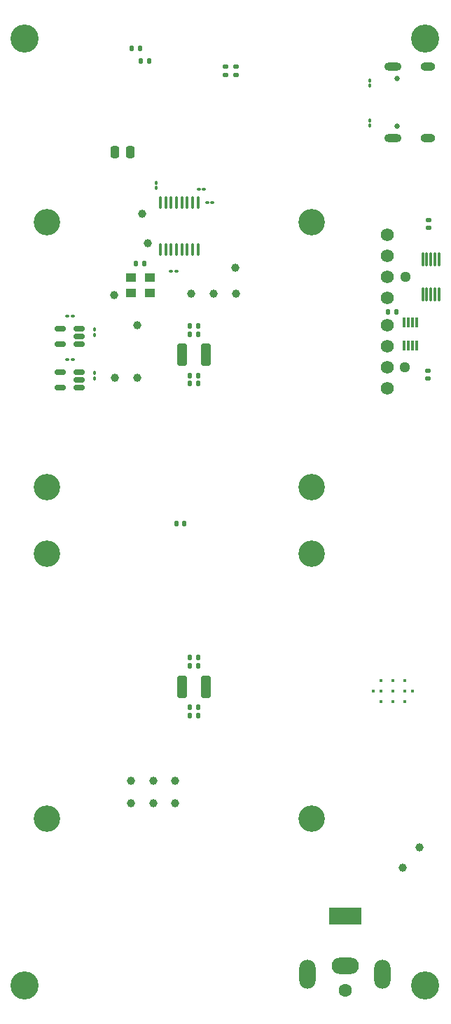
<source format=gbr>
%TF.GenerationSoftware,KiCad,Pcbnew,8.0.4*%
%TF.CreationDate,2024-11-06T18:59:40+01:00*%
%TF.ProjectId,BitForgeNano,42697446-6f72-4676-954e-616e6f2e6b69,rev?*%
%TF.SameCoordinates,Original*%
%TF.FileFunction,Soldermask,Bot*%
%TF.FilePolarity,Negative*%
%FSLAX46Y46*%
G04 Gerber Fmt 4.6, Leading zero omitted, Abs format (unit mm)*
G04 Created by KiCad (PCBNEW 8.0.4) date 2024-11-06 18:59:40*
%MOMM*%
%LPD*%
G01*
G04 APERTURE LIST*
G04 Aperture macros list*
%AMRoundRect*
0 Rectangle with rounded corners*
0 $1 Rounding radius*
0 $2 $3 $4 $5 $6 $7 $8 $9 X,Y pos of 4 corners*
0 Add a 4 corners polygon primitive as box body*
4,1,4,$2,$3,$4,$5,$6,$7,$8,$9,$2,$3,0*
0 Add four circle primitives for the rounded corners*
1,1,$1+$1,$2,$3*
1,1,$1+$1,$4,$5*
1,1,$1+$1,$6,$7*
1,1,$1+$1,$8,$9*
0 Add four rect primitives between the rounded corners*
20,1,$1+$1,$2,$3,$4,$5,0*
20,1,$1+$1,$4,$5,$6,$7,0*
20,1,$1+$1,$6,$7,$8,$9,0*
20,1,$1+$1,$8,$9,$2,$3,0*%
G04 Aperture macros list end*
%ADD10C,3.200000*%
%ADD11C,3.400000*%
%ADD12C,0.650000*%
%ADD13O,2.100000X1.000000*%
%ADD14O,1.800000X1.000000*%
%ADD15C,1.600000*%
%ADD16R,4.000000X2.000000*%
%ADD17O,2.000000X3.500000*%
%ADD18O,3.300000X2.000000*%
%ADD19C,1.295400*%
%ADD20C,1.574800*%
%ADD21C,0.400000*%
%ADD22C,1.000000*%
%ADD23RoundRect,0.100000X-0.130000X-0.100000X0.130000X-0.100000X0.130000X0.100000X-0.130000X0.100000X0*%
%ADD24RoundRect,0.135000X-0.185000X0.135000X-0.185000X-0.135000X0.185000X-0.135000X0.185000X0.135000X0*%
%ADD25RoundRect,0.250000X0.325000X1.100000X-0.325000X1.100000X-0.325000X-1.100000X0.325000X-1.100000X0*%
%ADD26RoundRect,0.140000X0.140000X0.170000X-0.140000X0.170000X-0.140000X-0.170000X0.140000X-0.170000X0*%
%ADD27RoundRect,0.250000X0.250000X0.475000X-0.250000X0.475000X-0.250000X-0.475000X0.250000X-0.475000X0*%
%ADD28RoundRect,0.150000X0.512500X0.150000X-0.512500X0.150000X-0.512500X-0.150000X0.512500X-0.150000X0*%
%ADD29RoundRect,0.087500X0.087500X-0.725000X0.087500X0.725000X-0.087500X0.725000X-0.087500X-0.725000X0*%
%ADD30RoundRect,0.140000X-0.170000X0.140000X-0.170000X-0.140000X0.170000X-0.140000X0.170000X0.140000X0*%
%ADD31RoundRect,0.135000X-0.135000X-0.185000X0.135000X-0.185000X0.135000X0.185000X-0.135000X0.185000X0*%
%ADD32RoundRect,0.100000X-0.100000X0.130000X-0.100000X-0.130000X0.100000X-0.130000X0.100000X0.130000X0*%
%ADD33RoundRect,0.087500X0.087500X-0.537500X0.087500X0.537500X-0.087500X0.537500X-0.087500X-0.537500X0*%
%ADD34RoundRect,0.100000X0.130000X0.100000X-0.130000X0.100000X-0.130000X-0.100000X0.130000X-0.100000X0*%
%ADD35RoundRect,0.140000X0.170000X-0.140000X0.170000X0.140000X-0.170000X0.140000X-0.170000X-0.140000X0*%
%ADD36RoundRect,0.100000X0.100000X-0.130000X0.100000X0.130000X-0.100000X0.130000X-0.100000X-0.130000X0*%
%ADD37R,1.300000X1.100000*%
%ADD38RoundRect,0.100000X0.100000X-0.637500X0.100000X0.637500X-0.100000X0.637500X-0.100000X-0.637500X0*%
%ADD39RoundRect,0.135000X0.185000X-0.135000X0.185000X0.135000X-0.185000X0.135000X-0.185000X-0.135000X0*%
G04 APERTURE END LIST*
D10*
%TO.C,H2*%
X51000000Y-143000000D03*
%TD*%
D11*
%TO.C,*%
X48300000Y-163200011D03*
%TD*%
D10*
%TO.C,H4*%
X51000000Y-111000000D03*
%TD*%
%TO.C,H5*%
X83000000Y-103000000D03*
%TD*%
D12*
%TO.C,J5*%
X93330000Y-59415000D03*
X93330000Y-53635000D03*
D13*
X92830000Y-60845000D03*
D14*
X97010000Y-60845000D03*
D13*
X92830000Y-52205000D03*
D14*
X97010000Y-52205000D03*
%TD*%
D15*
%TO.C,J1*%
X87000000Y-163800000D03*
D16*
X87000000Y-154800000D03*
D17*
X82500000Y-161800000D03*
D18*
X87000000Y-160800000D03*
D17*
X91500000Y-161800000D03*
%TD*%
D19*
%TO.C,J8*%
X94260001Y-88540000D03*
D20*
X92100000Y-83460000D03*
X92100000Y-86000000D03*
X92100000Y-88540000D03*
X92100000Y-91080000D03*
%TD*%
D11*
%TO.C,*%
X96700000Y-163200011D03*
%TD*%
%TO.C,*%
X48300000Y-48800011D03*
%TD*%
D21*
%TO.C,U12*%
X94200000Y-126320000D03*
X92800000Y-126320000D03*
X91400000Y-126320000D03*
X95200000Y-127600000D03*
X94200000Y-127600000D03*
X92800000Y-127600000D03*
X91400000Y-127600000D03*
X90400000Y-127600000D03*
X94200000Y-128880000D03*
X92800000Y-128880000D03*
X91400000Y-128880000D03*
%TD*%
D10*
%TO.C,H7*%
X83000000Y-71000000D03*
%TD*%
%TO.C,H3*%
X83000000Y-111000000D03*
%TD*%
%TO.C,H8*%
X51000000Y-71000000D03*
%TD*%
%TO.C,H6*%
X51000000Y-103000000D03*
%TD*%
D11*
%TO.C,*%
X96700000Y-48799991D03*
%TD*%
D19*
%TO.C,J6*%
X94298852Y-77559400D03*
D20*
X92138851Y-72479400D03*
X92138851Y-75019400D03*
X92138851Y-77559400D03*
X92138851Y-80099400D03*
%TD*%
D10*
%TO.C,H1*%
X83000000Y-143000000D03*
%TD*%
D22*
%TO.C,TP26*%
X59200000Y-89800000D03*
%TD*%
%TO.C,TP20*%
X66500000Y-141200000D03*
%TD*%
D23*
%TO.C,C32*%
X53430000Y-82300000D03*
X54070000Y-82300000D03*
%TD*%
D24*
%TO.C,R25*%
X72550000Y-52200000D03*
X72550000Y-53220000D03*
%TD*%
D25*
%TO.C,C41*%
X70225000Y-87000000D03*
X67275000Y-87000000D03*
%TD*%
D22*
%TO.C,TP11*%
X73750000Y-76500000D03*
%TD*%
%TO.C,TP22*%
X63800000Y-141200000D03*
%TD*%
D26*
%TO.C,C46*%
X93180000Y-81800000D03*
X92220000Y-81800000D03*
%TD*%
%TO.C,C40*%
X69230000Y-90500000D03*
X68270000Y-90500000D03*
%TD*%
%TO.C,C35*%
X62700000Y-76000000D03*
X61740000Y-76000000D03*
%TD*%
D22*
%TO.C,TP16*%
X94000000Y-149000000D03*
%TD*%
%TO.C,TP12*%
X62500000Y-70000000D03*
%TD*%
D27*
%TO.C,C47*%
X61050000Y-62500000D03*
X59150000Y-62500000D03*
%TD*%
D28*
%TO.C,U6*%
X54887500Y-89100000D03*
X54887500Y-90050000D03*
X54887500Y-91000000D03*
X52612500Y-91000000D03*
X52612500Y-89100000D03*
%TD*%
D29*
%TO.C,U2*%
X96400000Y-75487500D03*
X96900000Y-75487500D03*
X97400000Y-75487500D03*
X97900000Y-75487500D03*
X98400000Y-75487500D03*
X98400000Y-79712500D03*
X97900000Y-79712500D03*
X97400000Y-79712500D03*
X96900000Y-79712500D03*
X96400000Y-79712500D03*
%TD*%
D22*
%TO.C,TP9*%
X68400000Y-79600000D03*
%TD*%
%TO.C,TP27*%
X61900000Y-89800000D03*
%TD*%
%TO.C,TP17*%
X96000000Y-146500000D03*
%TD*%
D30*
%TO.C,C45*%
X97000000Y-88920000D03*
X97000000Y-89880000D03*
%TD*%
D22*
%TO.C,TP25*%
X61100000Y-138500000D03*
%TD*%
D23*
%TO.C,C34*%
X53430000Y-87550000D03*
X54070000Y-87550000D03*
%TD*%
%TO.C,C50*%
X69335000Y-67000000D03*
X69975000Y-67000000D03*
%TD*%
D26*
%TO.C,C39*%
X69230000Y-89500000D03*
X68270000Y-89500000D03*
%TD*%
D22*
%TO.C,TP21*%
X66500000Y-138500000D03*
%TD*%
D26*
%TO.C,C42*%
X67580000Y-107400000D03*
X66620000Y-107400000D03*
%TD*%
%TO.C,C29*%
X69230000Y-83500000D03*
X68270000Y-83500000D03*
%TD*%
D31*
%TO.C,R14*%
X62290000Y-51500000D03*
X63310000Y-51500000D03*
%TD*%
D32*
%TO.C,C31*%
X56750000Y-83980000D03*
X56750000Y-84620000D03*
%TD*%
D33*
%TO.C,U23*%
X95650000Y-85900000D03*
X95150000Y-85900000D03*
X94650000Y-85900000D03*
X94150000Y-85900000D03*
X94150000Y-83100000D03*
X94650000Y-83100000D03*
X95150000Y-83100000D03*
X95650000Y-83100000D03*
%TD*%
D34*
%TO.C,R27*%
X66620000Y-76900000D03*
X65980000Y-76900000D03*
%TD*%
D35*
%TO.C,C21*%
X97100000Y-71680000D03*
X97100000Y-70720000D03*
%TD*%
D26*
%TO.C,C60*%
X69230000Y-124600000D03*
X68270000Y-124600000D03*
%TD*%
D32*
%TO.C,C33*%
X56750000Y-89230000D03*
X56750000Y-89870000D03*
%TD*%
D22*
%TO.C,TP18*%
X63150000Y-73500000D03*
%TD*%
D34*
%TO.C,C15*%
X70970000Y-68600000D03*
X70330000Y-68600000D03*
%TD*%
D36*
%TO.C,R31*%
X64200000Y-66865000D03*
X64200000Y-66225000D03*
%TD*%
D26*
%TO.C,C59*%
X69230000Y-123600000D03*
X68270000Y-123600000D03*
%TD*%
D37*
%TO.C,U11*%
X61150000Y-77650000D03*
X63450000Y-77650000D03*
X63450000Y-79550000D03*
X61150000Y-79550000D03*
%TD*%
D38*
%TO.C,U1*%
X69225000Y-74325000D03*
X68575000Y-74325000D03*
X67925000Y-74325000D03*
X67275000Y-74325000D03*
X66625000Y-74325000D03*
X65975000Y-74325000D03*
X65325000Y-74325000D03*
X64675000Y-74325000D03*
X64675000Y-68600000D03*
X65325000Y-68600000D03*
X65975000Y-68600000D03*
X66625000Y-68600000D03*
X67275000Y-68600000D03*
X67925000Y-68600000D03*
X68575000Y-68600000D03*
X69225000Y-68600000D03*
%TD*%
D22*
%TO.C,TP8*%
X61900000Y-83400000D03*
%TD*%
%TO.C,TP7*%
X59100000Y-79800000D03*
%TD*%
%TO.C,TP23*%
X63800000Y-138500000D03*
%TD*%
%TO.C,TP24*%
X61100000Y-141200000D03*
%TD*%
D32*
%TO.C,R29*%
X90000000Y-53860000D03*
X90000000Y-54500000D03*
%TD*%
D25*
%TO.C,C64*%
X70225000Y-127100000D03*
X67275000Y-127100000D03*
%TD*%
D26*
%TO.C,C58*%
X69230000Y-130600000D03*
X68270000Y-130600000D03*
%TD*%
D31*
%TO.C,R22*%
X61250000Y-50030000D03*
X62270000Y-50030000D03*
%TD*%
D22*
%TO.C,TP6*%
X73800000Y-79600000D03*
%TD*%
D36*
%TO.C,R28*%
X90000000Y-59320000D03*
X90000000Y-58680000D03*
%TD*%
D39*
%TO.C,R26*%
X73800000Y-53220000D03*
X73800000Y-52200000D03*
%TD*%
D22*
%TO.C,TP10*%
X71100000Y-79600000D03*
%TD*%
D26*
%TO.C,C61*%
X69230000Y-129600000D03*
X68270000Y-129600000D03*
%TD*%
D28*
%TO.C,U5*%
X54887500Y-83850000D03*
X54887500Y-84800000D03*
X54887500Y-85750000D03*
X52612500Y-85750000D03*
X52612500Y-83850000D03*
%TD*%
D26*
%TO.C,C17*%
X69230000Y-84500000D03*
X68270000Y-84500000D03*
%TD*%
M02*

</source>
